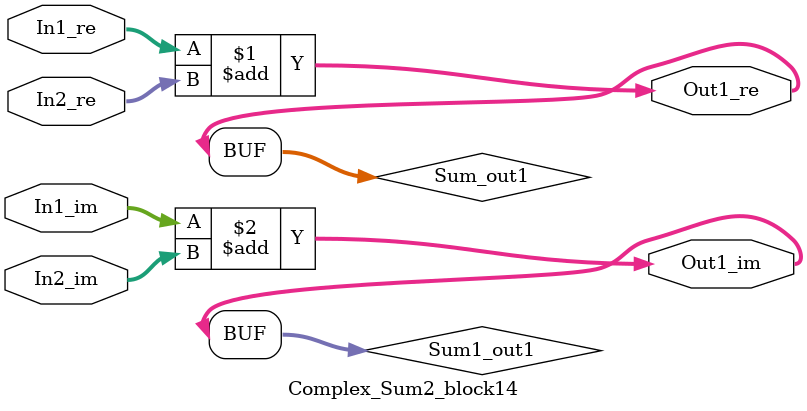
<source format=v>



`timescale 1 ns / 1 ns

module Complex_Sum2_block14
          (In1_re,
           In1_im,
           In2_re,
           In2_im,
           Out1_re,
           Out1_im);


  input   signed [36:0] In1_re;  // sfix37_En22
  input   signed [36:0] In1_im;  // sfix37_En22
  input   signed [36:0] In2_re;  // sfix37_En22
  input   signed [36:0] In2_im;  // sfix37_En22
  output  signed [36:0] Out1_re;  // sfix37_En22
  output  signed [36:0] Out1_im;  // sfix37_En22


  wire signed [36:0] Sum_out1;  // sfix37_En22
  wire signed [36:0] Sum1_out1;  // sfix37_En22


  assign Sum_out1 = In1_re + In2_re;



  assign Out1_re = Sum_out1;

  assign Sum1_out1 = In1_im + In2_im;



  assign Out1_im = Sum1_out1;

endmodule  // Complex_Sum2_block14


</source>
